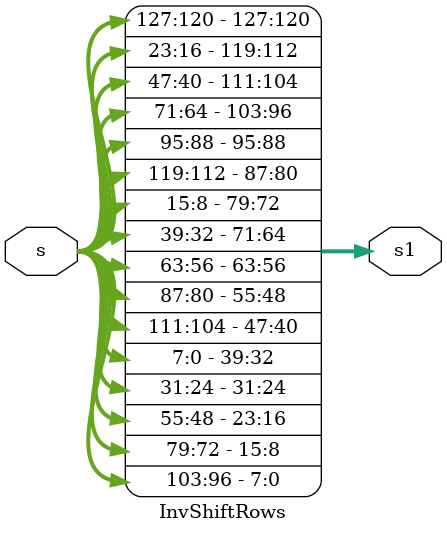
<source format=v>
module InvShiftRows(s,s1);
  input wire [127:0] s;
  output wire [127:0] s1;
  assign s1[127:120] = s[127:120];
  assign s1[95:88] = s[95:88];
  assign s1[63:56] = s[63:56];
  assign s1[31:24] = s[31:24];
  
  assign s1[119:112] = s[23:16];
  assign s1[87:80] = s[119:112];
  assign s1[55:48] = s[87:80];
  assign s1[23:16] = s[55:48];
  
  assign s1[111:104] = s[47:40];
  assign s1[79:72] = s[15:8];
  assign s1[47:40] = s[111:104];
  assign s1[15:8] = s[79:72];
  
  assign s1[103:96] = s[71:64];
  assign s1[71:64] = s[39:32];
  assign s1[39:32] = s[7:0];
  assign s1[7:0] = s[103:96];
  
endmodule
</source>
